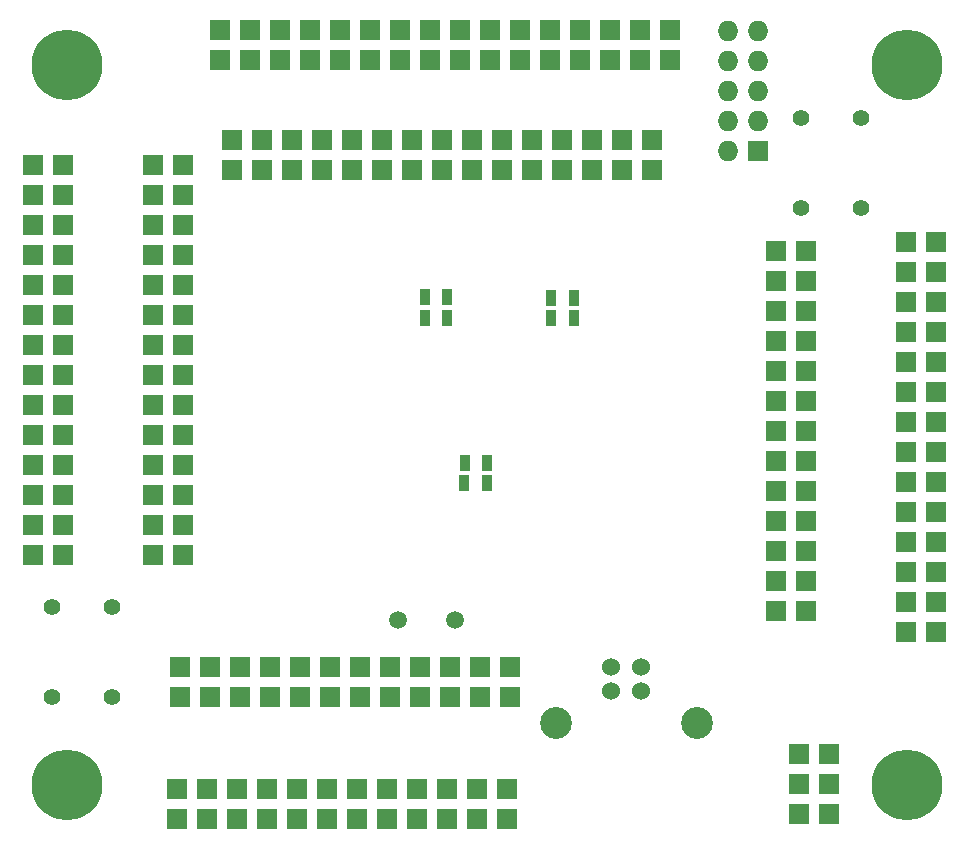
<source format=gts>
%FSLAX46Y46*%
G04 Gerber Fmt 4.6, Leading zero omitted, Abs format (unit mm)*
G04 Created by KiCad (PCBNEW (2014-jul-16 BZR unknown)-product) date St 8. říjen 2014, 14:55:03 CEST*
%MOMM*%
G01*
G04 APERTURE LIST*
%ADD10C,0.150000*%
%ADD11R,0.889000X1.397000*%
%ADD12C,1.524000*%
%ADD13C,2.700020*%
%ADD14C,1.501140*%
%ADD15R,1.727200X1.727200*%
%ADD16O,1.727200X1.727200*%
%ADD17R,1.651000X1.651000*%
%ADD18C,6.000000*%
%ADD19C,1.397000*%
G04 APERTURE END LIST*
D10*
D11*
X142049500Y-80670400D03*
X143954500Y-80670400D03*
X154647900Y-80695800D03*
X152742900Y-80695800D03*
X145402300Y-96418400D03*
X147307300Y-96418400D03*
X145453100Y-94691200D03*
X147358100Y-94691200D03*
X142049500Y-82397600D03*
X143954500Y-82397600D03*
X154647900Y-82397600D03*
X152742900Y-82397600D03*
D12*
X160395920Y-111998760D03*
X157855920Y-111998760D03*
X157855920Y-113997740D03*
X160395920Y-113997740D03*
D13*
X165125400Y-116697760D03*
X153126440Y-116697760D03*
D14*
X139748260Y-108000800D03*
X144630140Y-108000800D03*
D15*
X170281600Y-68300600D03*
D16*
X167741600Y-68300600D03*
X170281600Y-65760600D03*
X167741600Y-65760600D03*
X170281600Y-63220600D03*
X167741600Y-63220600D03*
X170281600Y-60680600D03*
X167741600Y-60680600D03*
X170281600Y-58140600D03*
X167741600Y-58140600D03*
D17*
X128955800Y-114477800D03*
X128955800Y-111937800D03*
X146481800Y-124841000D03*
X146481800Y-122301000D03*
X136575800Y-114477800D03*
X136575800Y-111937800D03*
X131241800Y-124841000D03*
X131241800Y-122301000D03*
X133781800Y-124841000D03*
X133781800Y-122301000D03*
X174345600Y-86868000D03*
X171805600Y-86868000D03*
X185318400Y-86106000D03*
X182778400Y-86106000D03*
X174345600Y-79248000D03*
X171805600Y-79248000D03*
X185318400Y-78486000D03*
X182778400Y-78486000D03*
X174345600Y-76708000D03*
X171805600Y-76708000D03*
X185318400Y-75946000D03*
X182778400Y-75946000D03*
X185318400Y-81026000D03*
X182778400Y-81026000D03*
X174345600Y-81788000D03*
X171805600Y-81788000D03*
X185318400Y-83566000D03*
X182778400Y-83566000D03*
X174345600Y-84328000D03*
X171805600Y-84328000D03*
X174345600Y-97028000D03*
X171805600Y-97028000D03*
X161290000Y-69850000D03*
X161290000Y-67310000D03*
X162814000Y-58039000D03*
X162814000Y-60579000D03*
X185318400Y-98806000D03*
X182778400Y-98806000D03*
X174345600Y-99568000D03*
X171805600Y-99568000D03*
X174345600Y-104648000D03*
X171805600Y-104648000D03*
X174345600Y-107188000D03*
X171805600Y-107188000D03*
X185318400Y-108966000D03*
X182778400Y-108966000D03*
X185318400Y-106426000D03*
X182778400Y-106426000D03*
X185318400Y-101346000D03*
X182778400Y-101346000D03*
X182778400Y-96266000D03*
X185318400Y-96266000D03*
X174345600Y-91948000D03*
X171805600Y-91948000D03*
X174345600Y-94488000D03*
X171805600Y-94488000D03*
X185318400Y-93726000D03*
X182778400Y-93726000D03*
X144195800Y-114477800D03*
X144195800Y-111937800D03*
X185318400Y-91186000D03*
X182778400Y-91186000D03*
X174345600Y-89408000D03*
X171805600Y-89408000D03*
X149021800Y-124841000D03*
X149021800Y-122301000D03*
X146735800Y-114477800D03*
X146735800Y-111937800D03*
X139115800Y-114477800D03*
X139115800Y-111937800D03*
X141655800Y-114477800D03*
X141655800Y-111937800D03*
X158750000Y-67310000D03*
X158750000Y-69850000D03*
X160274000Y-60579000D03*
X160274000Y-58039000D03*
X126415800Y-114477800D03*
X126415800Y-111937800D03*
X143941800Y-124841000D03*
X143941800Y-122301000D03*
X141401800Y-124841000D03*
X141401800Y-122301000D03*
X149275800Y-114477800D03*
X149275800Y-111937800D03*
X182778400Y-103886000D03*
X185318400Y-103886000D03*
X174345600Y-102108000D03*
X171805600Y-102108000D03*
X185318400Y-88646000D03*
X182778400Y-88646000D03*
X138861800Y-124841000D03*
X138861800Y-122301000D03*
X136321800Y-124841000D03*
X136321800Y-122301000D03*
X134035800Y-114477800D03*
X134035800Y-111937800D03*
X131495800Y-114477800D03*
X131495800Y-111937800D03*
X128701800Y-124841000D03*
X128701800Y-122301000D03*
X111404400Y-82169000D03*
X108864400Y-82169000D03*
X111404400Y-77089000D03*
X108864400Y-77089000D03*
X121564400Y-74549000D03*
X119024400Y-74549000D03*
X111404400Y-72009000D03*
X108864400Y-72009000D03*
X121564400Y-77089000D03*
X119024400Y-77089000D03*
X121564400Y-79629000D03*
X119024400Y-79629000D03*
X111404400Y-84709000D03*
X108864400Y-84709000D03*
X121564400Y-84709000D03*
X119024400Y-84709000D03*
X121564400Y-89789000D03*
X119024400Y-89789000D03*
X111404400Y-89789000D03*
X108864400Y-89789000D03*
X111404400Y-102489000D03*
X108864400Y-102489000D03*
X111404400Y-69469000D03*
X108864400Y-69469000D03*
X123621800Y-124841000D03*
X123621800Y-122301000D03*
X123875800Y-114477800D03*
X123875800Y-111937800D03*
X119024400Y-69469000D03*
X121564400Y-69469000D03*
X121564400Y-99949000D03*
X119024400Y-99949000D03*
X126161800Y-124841000D03*
X126161800Y-122301000D03*
X138430000Y-69850000D03*
X138430000Y-67310000D03*
X142494000Y-60579000D03*
X142494000Y-58039000D03*
X121335800Y-114477800D03*
X121335800Y-111937800D03*
X128270000Y-69850000D03*
X128270000Y-67310000D03*
X139954000Y-60579000D03*
X139954000Y-58039000D03*
X129794000Y-58039000D03*
X129794000Y-60579000D03*
X140970000Y-69850000D03*
X140970000Y-67310000D03*
X145034000Y-60579000D03*
X145034000Y-58039000D03*
X152654000Y-60579000D03*
X152654000Y-58039000D03*
X150114000Y-58039000D03*
X150114000Y-60579000D03*
X146050000Y-69850000D03*
X146050000Y-67310000D03*
X148590000Y-69850000D03*
X148590000Y-67310000D03*
X155194000Y-60579000D03*
X155194000Y-58039000D03*
X157734000Y-58039000D03*
X157734000Y-60579000D03*
X156210000Y-69850000D03*
X156210000Y-67310000D03*
X151130000Y-67310000D03*
X151130000Y-69850000D03*
X153670000Y-67310000D03*
X153670000Y-69850000D03*
X111404400Y-74549000D03*
X108864400Y-74549000D03*
X121564400Y-102489000D03*
X119024400Y-102489000D03*
X121564400Y-94869000D03*
X119024400Y-94869000D03*
X111404400Y-92329000D03*
X108864400Y-92329000D03*
X111404400Y-87249000D03*
X108864400Y-87249000D03*
X121564400Y-87249000D03*
X119024400Y-87249000D03*
X121081800Y-124841000D03*
X121081800Y-122301000D03*
X125730000Y-69850000D03*
X125730000Y-67310000D03*
X124714000Y-60579000D03*
X124714000Y-58039000D03*
X147574000Y-60579000D03*
X147574000Y-58039000D03*
X121564400Y-72009000D03*
X119024400Y-72009000D03*
X127254000Y-60579000D03*
X127254000Y-58039000D03*
X132334000Y-60579000D03*
X132334000Y-58039000D03*
X111404400Y-99949000D03*
X108864400Y-99949000D03*
X111404400Y-97409000D03*
X108864400Y-97409000D03*
X111404400Y-94869000D03*
X108864400Y-94869000D03*
X130810000Y-69850000D03*
X130810000Y-67310000D03*
X133350000Y-69850000D03*
X133350000Y-67310000D03*
X143510000Y-69850000D03*
X143510000Y-67310000D03*
X119024400Y-97409000D03*
X121564400Y-97409000D03*
X121564400Y-92329000D03*
X119024400Y-92329000D03*
X135890000Y-69850000D03*
X135890000Y-67310000D03*
X137414000Y-60579000D03*
X137414000Y-58039000D03*
X134874000Y-60579000D03*
X134874000Y-58039000D03*
X111404400Y-79629000D03*
X108864400Y-79629000D03*
X121564400Y-82169000D03*
X119024400Y-82169000D03*
X176276000Y-124409200D03*
X176276000Y-121869200D03*
X176276000Y-119329200D03*
X173736000Y-119329200D03*
X173736000Y-121869200D03*
X173736000Y-124409200D03*
D18*
X111760000Y-60960000D03*
X111760000Y-121920000D03*
X182880000Y-60960000D03*
X182880000Y-121920000D03*
D19*
X179019200Y-73101200D03*
X173939200Y-73101200D03*
X179019200Y-65481200D03*
X173939200Y-65481200D03*
X115570000Y-114503200D03*
X110490000Y-114503200D03*
X115570000Y-106883200D03*
X110490000Y-106883200D03*
M02*

</source>
